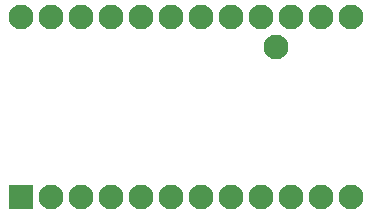
<source format=gbr>
%TF.GenerationSoftware,KiCad,Pcbnew,5.1.9+dfsg1-1~bpo10+1*%
%TF.CreationDate,Date%
%TF.ProjectId,LOG,4c4f472e-6b69-4636-9164-5f7063625858,v1.3*%
%TF.SameCoordinates,Original*%
%TF.FileFunction,Soldermask,Bot*%
%TF.FilePolarity,Negative*%
%FSLAX46Y46*%
G04 Gerber Fmt 4.6, Leading zero omitted, Abs format (unit mm)*
G04 Created by KiCad*
%MOMM*%
%LPD*%
G01*
G04 APERTURE LIST*
%ADD10R,2.100000X2.100000*%
%ADD11C,2.100000*%
G04 APERTURE END LIST*
D10*
%TO.C,A1*%
X0Y0D03*
D11*
X2540000Y0D03*
X5080000Y0D03*
X27940000Y15240000D03*
X7620000Y0D03*
X25400000Y15240000D03*
X10160000Y0D03*
X22860000Y15240000D03*
X12700000Y0D03*
X20320000Y15240000D03*
X15240000Y0D03*
X17780000Y15240000D03*
X17780000Y0D03*
X15240000Y15240000D03*
X20320000Y0D03*
X12700000Y15240000D03*
X22860000Y0D03*
X10160000Y15240000D03*
X25400000Y0D03*
X7620000Y15240000D03*
X27940000Y0D03*
X5080000Y15240000D03*
X2540000Y15240000D03*
X0Y15240000D03*
%TD*%
%TO.C,TP1*%
X21590000Y12700000D03*
%TD*%
M02*

</source>
